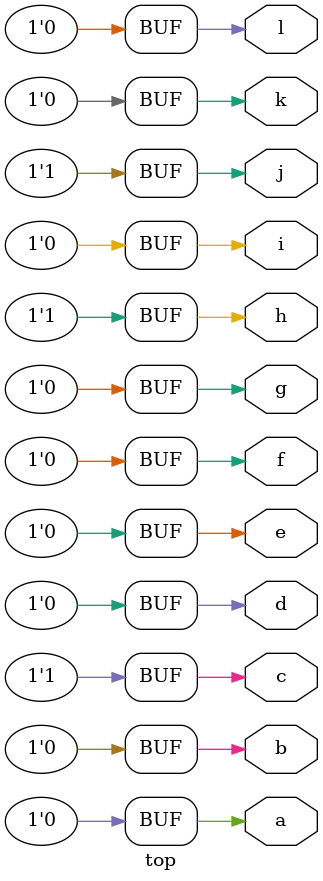
<source format=sv>
/* Generated by Synlig (git sha1 96f4616be, g++ 12.2.0-14 -fPIC -O3) */

(* top =  1  *)
(* src = "/root/synlig/synlig/tests/simple_tests/compound_assignments/top.sv:1.1-28.10" *)
module top(a, b, c, d, e, f, g, h, i, j, k, l);
  (* src = "/root/synlig/synlig/tests/simple_tests/compound_assignments/top.sv:1.25-1.26" *)
  output a;
  wire a;
  (* src = "/root/synlig/synlig/tests/simple_tests/compound_assignments/top.sv:1.28-1.29" *)
  output b;
  wire b;
  (* src = "/root/synlig/synlig/tests/simple_tests/compound_assignments/top.sv:1.31-1.32" *)
  output c;
  wire c;
  (* src = "/root/synlig/synlig/tests/simple_tests/compound_assignments/top.sv:1.34-1.35" *)
  output d;
  wire d;
  (* src = "/root/synlig/synlig/tests/simple_tests/compound_assignments/top.sv:1.37-1.38" *)
  output e;
  wire e;
  (* src = "/root/synlig/synlig/tests/simple_tests/compound_assignments/top.sv:1.40-1.41" *)
  output f;
  wire f;
  (* src = "/root/synlig/synlig/tests/simple_tests/compound_assignments/top.sv:1.43-1.44" *)
  output g;
  wire g;
  (* src = "/root/synlig/synlig/tests/simple_tests/compound_assignments/top.sv:1.46-1.47" *)
  output h;
  wire h;
  (* src = "/root/synlig/synlig/tests/simple_tests/compound_assignments/top.sv:1.49-1.50" *)
  output i;
  wire i;
  (* src = "/root/synlig/synlig/tests/simple_tests/compound_assignments/top.sv:1.52-1.53" *)
  output j;
  wire j;
  (* src = "/root/synlig/synlig/tests/simple_tests/compound_assignments/top.sv:1.55-1.56" *)
  output k;
  wire k;
  (* src = "/root/synlig/synlig/tests/simple_tests/compound_assignments/top.sv:1.58-1.59" *)
  output l;
  wire l;
  assign a = 1'h0;
  assign b = 1'h0;
  assign c = 1'h1;
  assign d = 1'h0;
  assign e = 1'h0;
  assign f = 1'h0;
  assign g = 1'h0;
  assign h = 1'h1;
  assign i = 1'h0;
  assign j = 1'h1;
  assign k = 1'h0;
  assign l = 1'h0;
endmodule

</source>
